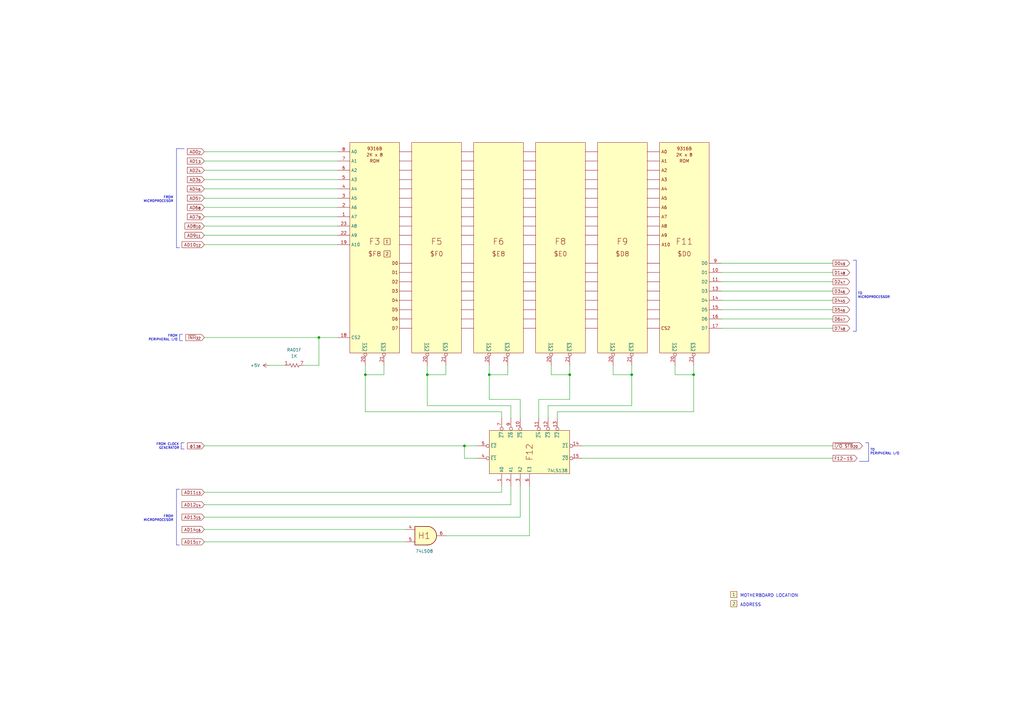
<source format=kicad_sch>
(kicad_sch (version 20211123) (generator eeschema)
  (paper "A3")
  (title_block (title "Apple II - ROM") (date "2022-07-11") (rev "ALL") (company "Apple Computers, Inc.") (comment 1 "Original schematic by Apple Computers") (comment 2 "https://github.com/omega9380/Retro-Schematics") (comment 3 "Replication by Omega9380 - July 2022") (comment 4 "Source: The Apple II Circuit Description by W. Gayler"))
  (lib_symbols
    (symbol "Apple II:9316B_ROM_ARRAY"
      (symbol "9316B_ROM_ARRAY_0_0"
        (polyline (pts (xy 20.32 -76.2) (xy 25.4 -76.2)))
        (polyline (pts (xy 20.32 -72.39) (xy 25.4 -72.39)))
        (polyline (pts (xy 20.32 -68.58) (xy 25.4 -68.58)))
        (polyline (pts (xy 20.32 -64.77) (xy 25.4 -64.77)))
        (polyline (pts (xy 20.32 -60.96) (xy 25.4 -60.96)))
        (polyline (pts (xy 20.32 -57.15) (xy 25.4 -57.15)))
        (polyline (pts (xy 20.32 -53.34) (xy 25.4 -53.34)))
        (polyline (pts (xy 20.32 -49.53) (xy 25.4 -49.53)))
        (polyline (pts (xy 20.32 -41.91) (xy 25.4 -41.91)))
        (polyline (pts (xy 20.32 -38.1) (xy 25.4 -38.1)))
        (polyline (pts (xy 20.32 -34.29) (xy 25.4 -34.29)))
        (polyline (pts (xy 20.32 -30.48) (xy 25.4 -30.48)))
        (polyline (pts (xy 20.32 -26.67) (xy 25.4 -26.67)))
        (polyline (pts (xy 20.32 -22.86) (xy 25.4 -22.86)))
        (polyline (pts (xy 20.32 -19.05) (xy 25.4 -19.05)))
        (polyline (pts (xy 20.32 -15.24) (xy 25.4 -15.24)))
        (polyline (pts (xy 20.32 -11.43) (xy 25.4 -11.43)))
        (polyline (pts (xy 20.32 -7.62) (xy 25.4 -7.62)))
        (polyline (pts (xy 20.32 -3.81) (xy 25.4 -3.81)))
        (polyline (pts (xy 45.72 -76.2) (xy 50.8 -76.2)))
        (polyline (pts (xy 45.72 -72.39) (xy 50.8 -72.39)))
        (polyline (pts (xy 45.72 -68.58) (xy 50.8 -68.58)))
        (polyline (pts (xy 45.72 -64.77) (xy 50.8 -64.77)))
        (polyline (pts (xy 45.72 -60.96) (xy 50.8 -60.96)))
        (polyline (pts (xy 45.72 -57.15) (xy 50.8 -57.15)))
        (polyline (pts (xy 45.72 -53.34) (xy 50.8 -53.34)))
        (polyline (pts (xy 45.72 -49.53) (xy 50.8 -49.53)))
        (polyline (pts (xy 45.72 -41.91) (xy 50.8 -41.91)))
        (polyline (pts (xy 45.72 -38.1) (xy 50.8 -38.1)))
        (polyline (pts (xy 45.72 -34.29) (xy 50.8 -34.29)))
        (polyline (pts (xy 45.72 -30.48) (xy 50.8 -30.48)))
        (polyline (pts (xy 45.72 -26.67) (xy 50.8 -26.67)))
        (polyline (pts (xy 45.72 -22.86) (xy 50.8 -22.86)))
        (polyline (pts (xy 45.72 -19.05) (xy 50.8 -19.05)))
        (polyline (pts (xy 45.72 -15.24) (xy 50.8 -15.24)))
        (polyline (pts (xy 45.72 -11.43) (xy 50.8 -11.43)))
        (polyline (pts (xy 45.72 -7.62) (xy 50.8 -7.62)))
        (polyline (pts (xy 45.72 -3.81) (xy 50.8 -3.81)))
        (polyline (pts (xy 71.12 -76.2) (xy 76.2 -76.2)))
        (polyline (pts (xy 71.12 -72.39) (xy 76.2 -72.39)))
        (polyline (pts (xy 71.12 -68.58) (xy 76.2 -68.58)))
        (polyline (pts (xy 71.12 -64.77) (xy 76.2 -64.77)))
        (polyline (pts (xy 71.12 -60.96) (xy 76.2 -60.96)))
        (polyline (pts (xy 71.12 -57.15) (xy 76.2 -57.15)))
        (polyline (pts (xy 71.12 -53.34) (xy 76.2 -53.34)))
        (polyline (pts (xy 71.12 -49.53) (xy 76.2 -49.53)))
        (polyline (pts (xy 71.12 -41.91) (xy 76.2 -41.91)))
        (polyline (pts (xy 71.12 -38.1) (xy 76.2 -38.1)))
        (polyline (pts (xy 71.12 -34.29) (xy 76.2 -34.29)))
        (polyline (pts (xy 71.12 -30.48) (xy 76.2 -30.48)))
        (polyline (pts (xy 71.12 -26.67) (xy 76.2 -26.67)))
        (polyline (pts (xy 71.12 -22.86) (xy 76.2 -22.86)))
        (polyline (pts (xy 71.12 -19.05) (xy 76.2 -19.05)))
        (polyline (pts (xy 71.12 -15.24) (xy 76.2 -15.24)))
        (polyline (pts (xy 71.12 -11.43) (xy 76.2 -11.43)))
        (polyline (pts (xy 71.12 -7.62) (xy 76.2 -7.62)))
        (polyline (pts (xy 71.12 -3.81) (xy 76.2 -3.81)))
        (polyline (pts (xy 96.52 -76.2) (xy 101.6 -76.2)))
        (polyline (pts (xy 96.52 -72.39) (xy 101.6 -72.39)))
        (polyline (pts (xy 96.52 -68.58) (xy 101.6 -68.58)))
        (polyline (pts (xy 96.52 -64.77) (xy 101.6 -64.77)))
        (polyline (pts (xy 96.52 -60.96) (xy 101.6 -60.96)))
        (polyline (pts (xy 96.52 -57.15) (xy 101.6 -57.15)))
        (polyline (pts (xy 96.52 -53.34) (xy 101.6 -53.34)))
        (polyline (pts (xy 96.52 -49.53) (xy 101.6 -49.53)))
        (polyline (pts (xy 96.52 -41.91) (xy 101.6 -41.91)))
        (polyline (pts (xy 96.52 -38.1) (xy 101.6 -38.1)))
        (polyline (pts (xy 96.52 -34.29) (xy 101.6 -34.29)))
        (polyline (pts (xy 96.52 -30.48) (xy 101.6 -30.48)))
        (polyline (pts (xy 96.52 -26.67) (xy 101.6 -26.67)))
        (polyline (pts (xy 96.52 -22.86) (xy 101.6 -22.86)))
        (polyline (pts (xy 96.52 -19.05) (xy 101.6 -19.05)))
        (polyline (pts (xy 96.52 -15.24) (xy 101.6 -15.24)))
        (polyline (pts (xy 96.52 -11.43) (xy 101.6 -11.43)))
        (polyline (pts (xy 96.52 -7.62) (xy 101.6 -7.62)))
        (polyline (pts (xy 96.52 -3.81) (xy 101.6 -3.81)))
        (polyline (pts (xy 121.92 -76.2) (xy 127 -76.2)))
        (polyline (pts (xy 121.92 -72.39) (xy 127 -72.39)))
        (polyline (pts (xy 121.92 -68.58) (xy 127 -68.58)))
        (polyline (pts (xy 121.92 -64.77) (xy 127 -64.77)))
        (polyline (pts (xy 121.92 -60.96) (xy 127 -60.96)))
        (polyline (pts (xy 121.92 -57.15) (xy 127 -57.15)))
        (polyline (pts (xy 121.92 -53.34) (xy 127 -53.34)))
        (polyline (pts (xy 121.92 -49.53) (xy 127 -49.53)))
        (polyline (pts (xy 121.92 -41.91) (xy 127 -41.91)))
        (polyline (pts (xy 121.92 -38.1) (xy 127 -38.1)))
        (polyline (pts (xy 121.92 -34.29) (xy 127 -34.29)))
        (polyline (pts (xy 121.92 -30.48) (xy 127 -30.48)))
        (polyline (pts (xy 121.92 -26.67) (xy 127 -26.67)))
        (polyline (pts (xy 121.92 -22.86) (xy 127 -22.86)))
        (polyline (pts (xy 121.92 -19.05) (xy 127 -19.05)))
        (polyline (pts (xy 121.92 -15.24) (xy 127 -15.24)))
        (polyline (pts (xy 121.92 -11.43) (xy 127 -11.43)))
        (polyline (pts (xy 121.92 -7.62) (xy 127 -7.62)))
        (polyline (pts (xy 121.92 -3.81) (xy 127 -3.81)))
        (rectangle (start 0 0) (end 20.32 -86.36) (fill (type background)))
        (rectangle (start 13.97 -44.45) (end 16.51 -46.99))
        (rectangle (start 13.97 -39.37) (end 16.51 -41.91))
        (rectangle (start 25.4 0) (end 45.72 -86.36) (fill (type background)))
        (rectangle (start 50.8 0) (end 71.12 -86.36) (fill (type background)))
        (rectangle (start 76.2 0) (end 96.52 -86.36) (fill (type background)))
        (rectangle (start 101.6 0) (end 121.92 -86.36) (fill (type background)))
        (rectangle (start 127 0) (end 147.32 -86.36) (fill (type background)))
        (text "$D0" (at 137.16 -45.72 0) (effects (font (size 1.905 1.905))))
        (text "$D8" (at 111.76 -45.72 0) (effects (font (size 1.905 1.905))))
        (text "$E0" (at 86.36 -45.72 0) (effects (font (size 1.905 1.905))))
        (text "$E8" (at 60.96 -45.72 0) (effects (font (size 1.905 1.905))))
        (text "$F0" (at 35.56 -45.72 0) (effects (font (size 1.905 1.905))))
        (text "$F8" (at 10.16 -45.72 0) (effects (font (size 1.905 1.905))))
        (text "1" (at 15.24 -40.64 0) (effects (font (size 1.27 1.27))))
        (text "2" (at 15.24 -45.72 0) (effects (font (size 1.27 1.27))))
        (text "2K x 8" (at 10.16 -5.08 0) (effects (font (size 1.27 1.27))))
        (text "2K x 8" (at 137.16 -5.08 0) (effects (font (size 1.27 1.27))))
        (text "9316B" (at 10.16 -2.54 0) (effects (font (size 1.27 1.27))))
        (text "9316B" (at 137.16 -2.54 0) (effects (font (size 1.27 1.27))))
        (text "A0" (at 130.175 -3.81 0) (effects (font (size 1.27 1.27)) (justify right)))
        (text "A1" (at 130.175 -7.62 0) (effects (font (size 1.27 1.27)) (justify right)))
        (text "A10" (at 131.445 -41.91 0) (effects (font (size 1.27 1.27)) (justify right)))
        (text "A2" (at 130.175 -11.43 0) (effects (font (size 1.27 1.27)) (justify right)))
        (text "A3" (at 130.175 -15.24 0) (effects (font (size 1.27 1.27)) (justify right)))
        (text "A4" (at 130.175 -19.05 0) (effects (font (size 1.27 1.27)) (justify right)))
        (text "A5" (at 130.175 -22.86 0) (effects (font (size 1.27 1.27)) (justify right)))
        (text "A6" (at 130.175 -26.67 0) (effects (font (size 1.27 1.27)) (justify right)))
        (text "A7" (at 130.175 -30.48 0) (effects (font (size 1.27 1.27)) (justify right)))
        (text "A8" (at 130.175 -34.29 0) (effects (font (size 1.27 1.27)) (justify right)))
        (text "A9" (at 130.175 -38.1 0) (effects (font (size 1.27 1.27)) (justify right)))
        (text "CS2" (at 131.445 -76.2 0) (effects (font (size 1.27 1.27)) (justify right)))
        (text "D0" (at 17.145 -49.53 0) (effects (font (size 1.27 1.27)) (justify left)))
        (text "D1" (at 17.145 -53.34 0) (effects (font (size 1.27 1.27)) (justify left)))
        (text "D2" (at 17.145 -57.15 0) (effects (font (size 1.27 1.27)) (justify left)))
        (text "D3" (at 17.145 -60.96 0) (effects (font (size 1.27 1.27)) (justify left)))
        (text "D4" (at 17.145 -64.77 0) (effects (font (size 1.27 1.27)) (justify left)))
        (text "D5" (at 17.145 -68.58 0) (effects (font (size 1.27 1.27)) (justify left)))
        (text "D6" (at 17.145 -72.39 0) (effects (font (size 1.27 1.27)) (justify left)))
        (text "D7" (at 17.145 -76.2 0) (effects (font (size 1.27 1.27)) (justify left)))
        (text "F11" (at 137.16 -40.64 0) (effects (font (size 2.54 2.54))))
        (text "F3" (at 10.16 -40.64 0) (effects (font (size 2.54 2.54))))
        (text "F5" (at 35.56 -40.64 0) (effects (font (size 2.54 2.54))))
        (text "F6" (at 60.96 -40.64 0) (effects (font (size 2.54 2.54))))
        (text "F8" (at 86.36 -40.64 0) (effects (font (size 2.54 2.54))))
        (text "F9" (at 111.76 -40.64 0) (effects (font (size 2.54 2.54))))
        (text "ROM" (at 10.16 -7.62 0) (effects (font (size 1.27 1.27))))
        (text "ROM" (at 137.16 -7.62 0) (effects (font (size 1.27 1.27))))
      )
      (symbol "9316B_ROM_ARRAY_1_0"
        (pin passive line (at -5.08 -30.48 0) (length 5.08) (name "A7") (number "1"))
        (pin passive line (at 152.4 -53.34 180) (length 5.08) (name "D1") (number "10"))
        (pin passive line (at 152.4 -57.15 180) (length 5.08) (name "D2") (number "11"))
        (pin passive line (at 152.4 -60.96 180) (length 5.08) (name "D3") (number "13"))
        (pin passive line (at 152.4 -64.77 180) (length 5.08) (name "D4") (number "14"))
        (pin passive line (at 152.4 -68.58 180) (length 5.08) (name "D5") (number "15"))
        (pin passive line (at 152.4 -72.39 180) (length 5.08) (name "D6") (number "16"))
        (pin passive line (at 152.4 -76.2 180) (length 5.08) (name "D7") (number "17"))
        (pin passive line (at -5.08 -80.01 0) (length 5.08) (name "CS2") (number "18"))
        (pin passive line (at -5.08 -41.91 0) (length 5.08) (name "A10") (number "19"))
        (pin passive line (at -5.08 -26.67 0) (length 5.08) (name "A6") (number "2"))
        (pin passive inverted (at 6.35 -91.44 90) (length 5.08) (name "~{CS1}") (number "20"))
        (pin passive inverted (at 31.75 -91.44 90) (length 5.08) (name "~{CS1}") (number "20"))
        (pin passive inverted (at 57.15 -91.44 90) (length 5.08) (name "~{CS1}") (number "20"))
        (pin passive inverted (at 82.55 -91.44 90) (length 5.08) (name "~{CS1}") (number "20"))
        (pin passive inverted (at 107.95 -91.44 90) (length 5.08) (name "~{CS1}") (number "20"))
        (pin passive inverted (at 133.35 -91.44 90) (length 5.08) (name "~{CS1}") (number "20"))
        (pin passive inverted (at 13.97 -91.44 90) (length 5.08) (name "~{CS3}") (number "21"))
        (pin passive inverted (at 39.37 -91.44 90) (length 5.08) (name "~{CS3}") (number "21"))
        (pin passive inverted (at 64.77 -91.44 90) (length 5.08) (name "~{CS3}") (number "21"))
        (pin passive inverted (at 90.17 -91.44 90) (length 5.08) (name "~{CS3}") (number "21"))
        (pin passive inverted (at 115.57 -91.44 90) (length 5.08) (name "~{CS3}") (number "21"))
        (pin passive inverted (at 140.97 -91.44 90) (length 5.08) (name "~{CS3}") (number "21"))
        (pin passive line (at -5.08 -38.1 0) (length 5.08) (name "A9") (number "22"))
        (pin passive line (at -5.08 -34.29 0) (length 5.08) (name "A8") (number "23"))
        (pin passive line (at -5.08 -22.86 0) (length 5.08) (name "A5") (number "3"))
        (pin passive line (at -5.08 -19.05 0) (length 5.08) (name "A4") (number "4"))
        (pin passive line (at -5.08 -15.24 0) (length 5.08) (name "A3") (number "5"))
        (pin passive line (at -5.08 -11.43 0) (length 5.08) (name "A2") (number "6"))
        (pin passive line (at -5.08 -7.62 0) (length 5.08) (name "A1") (number "7"))
        (pin passive line (at -5.08 -3.81 0) (length 5.08) (name "A0") (number "8"))
        (pin passive line (at 152.4 -49.53 180) (length 5.08) (name "D0") (number "9"))
      )
    )
    (symbol "Apple II:F12_74LS138"
      (property "Value" "F12_74LS138" (at -7.62 1.27 0))
      (symbol "F12_74LS138_0_0"
        (rectangle (start 0 0) (end 17.78 -33.02) (fill (type background)))
        (text "F12" (at 8.89 -16.51 0) (effects (font (size 2.54 2.54))))
      )
      (symbol "F12_74LS138_1_0"
        (pin passive line (at -5.08 -5.08 0) (length 5.08) (name "A0") (number "1"))
        (pin passive inverted (at 22.86 -12.7 180) (length 5.08) (name "~{Z5}") (number "10"))
        (pin passive inverted (at 22.86 -20.32 180) (length 5.08) (name "~{Z4}") (number "11"))
        (pin passive inverted (at 22.86 -24.13 180) (length 5.08) (name "~{Z3}") (number "12"))
        (pin passive inverted (at 22.86 -27.94 180) (length 5.08) (name "~{Z2}") (number "13"))
        (pin passive inverted (at 11.43 -38.1 90) (length 5.08) (name "~{Z1}") (number "14"))
        (pin passive inverted (at 6.35 -38.1 90) (length 5.08) (name "~{Z0}") (number "15"))
        (pin passive line (at -5.08 -8.89 0) (length 5.08) (name "A1") (number "2"))
        (pin passive line (at -5.08 -12.7 0) (length 5.08) (name "A2") (number "3"))
        (pin passive inverted (at 6.35 5.08 270) (length 5.08) (name "~{E1}") (number "4"))
        (pin passive inverted (at 11.43 5.08 270) (length 5.08) (name "~{E2}") (number "5"))
        (pin passive line (at -5.08 -16.51 0) (length 5.08) (name "E3") (number "6"))
        (pin passive inverted (at 22.86 -5.08 180) (length 5.08) (name "~{Z7}") (number "7"))
        (pin passive inverted (at 22.86 -8.89 180) (length 5.08) (name "~{Z6}") (number "9"))
      )
    )
    (symbol "Apple II:H1_74LS08" (pin_names (offset 1.016))
      (property "Value" "H1_74LS08" (at 0 -6.35 0))
      (symbol "H1_74LS08_0_0"
        (text "H1" (at 0 0 0) (effects (font (size 2.54 2.54))))
      )
      (symbol "H1_74LS08_0_1"
        (polyline (pts (xy 1.27 3.81) (xy -3.81 3.81) (xy -3.81 -3.81) (xy 1.27 -3.81)) (stroke (width 0.254)) (fill (type background)))
        (arc (start 1.27 -3.81) (mid 5.08 0) (end 1.27 3.81) (stroke (width 0.254)) (fill (type background)))
      )
      (symbol "H1_74LS08_1_1"
        (pin input line (at -7.62 2.54 0) (length 3.81) (name "~") (number "1"))
        (pin input line (at -7.62 -2.54 0) (length 3.81) (name "~") (number "2"))
        (pin output line (at 8.89 0 180) (length 3.81) (name "~") (number "3"))
      )
      (symbol "H1_74LS08_1_2"
        (arc (start -3.81 -3.81) (mid -2.589 0) (end -3.81 3.81) (stroke (width 0.254)))
        (arc (start -0.6096 -3.81) (mid 2.1842 -2.5851) (end 3.81 0) (stroke (width 0.254)) (fill (type background)))
        (polyline (pts (xy -3.81 -3.81) (xy -0.635 -3.81)) (stroke (width 0.254)) (fill (type background)))
        (polyline (pts (xy -3.81 3.81) (xy -0.635 3.81)) (stroke (width 0.254)) (fill (type background)))
        (polyline (pts (xy -0.635 3.81) (xy -3.81 3.81) (xy -3.81 3.81) (xy -3.556 3.4036) (xy -3.0226 2.2606) (xy -2.6924 1.0414) (xy -2.6162 -0.254) (xy -2.7686 -1.4986) (xy -3.175 -2.7178) (xy -3.81 -3.81) (xy -3.81 -3.81) (xy -0.635 -3.81)) (stroke (width -25.4)) (fill (type background)))
        (arc (start 3.81 0) (mid 2.1915 2.5936) (end -0.6096 3.81) (stroke (width 0.254)) (fill (type background)))
        (pin input inverted (at -7.62 2.54 0) (length 4.318) (name "~") (number "1"))
        (pin input inverted (at -7.62 -2.54 0) (length 4.318) (name "~") (number "2"))
        (pin output inverted (at 7.62 0 180) (length 3.81) (name "~") (number "3"))
      )
      (symbol "H1_74LS08_2_1"
        (pin input line (at -7.62 2.54 0) (length 3.81) (name "~") (number "4"))
        (pin input line (at -7.62 -2.54 0) (length 3.81) (name "~") (number "5"))
        (pin output line (at 8.89 0 180) (length 3.81) (name "~") (number "6"))
      )
      (symbol "H1_74LS08_2_2"
        (arc (start -3.81 -3.81) (mid -2.589 0) (end -3.81 3.81) (stroke (width 0.254)))
        (arc (start -0.6096 -3.81) (mid 2.1842 -2.5851) (end 3.81 0) (stroke (width 0.254)) (fill (type background)))
        (polyline (pts (xy -3.81 -3.81) (xy -0.635 -3.81)) (stroke (width 0.254)) (fill (type background)))
        (polyline (pts (xy -3.81 3.81) (xy -0.635 3.81)) (stroke (width 0.254)) (fill (type background)))
        (polyline (pts (xy -0.635 3.81) (xy -3.81 3.81) (xy -3.81 3.81) (xy -3.556 3.4036) (xy -3.0226 2.2606) (xy -2.6924 1.0414) (xy -2.6162 -0.254) (xy -2.7686 -1.4986) (xy -3.175 -2.7178) (xy -3.81 -3.81) (xy -3.81 -3.81) (xy -0.635 -3.81)) (stroke (width -25.4)) (fill (type background)))
        (arc (start 3.81 0) (mid 2.1915 2.5936) (end -0.6096 3.81) (stroke (width 0.254)) (fill (type background)))
        (pin input inverted (at -7.62 2.54 0) (length 4.318) (name "~") (number "4"))
        (pin input inverted (at -7.62 -2.54 0) (length 4.318) (name "~") (number "5"))
        (pin output inverted (at 7.62 0 180) (length 3.81) (name "~") (number "6"))
      )
      (symbol "H1_74LS08_3_1"
        (pin input line (at -7.62 -2.54 0) (length 3.81) (name "~") (number "10"))
        (pin output line (at 8.89 0 180) (length 3.81) (name "~") (number "8"))
        (pin input line (at -7.62 2.54 0) (length 3.81) (name "~") (number "9"))
      )
      (symbol "H1_74LS08_3_2"
        (arc (start -3.81 -3.81) (mid -2.589 0) (end -3.81 3.81) (stroke (width 0.254)))
        (arc (start -0.6096 -3.81) (mid 2.1842 -2.5851) (end 3.81 0) (stroke (width 0.254)) (fill (type background)))
        (polyline (pts (xy -3.81 -3.81) (xy -0.635 -3.81)) (stroke (width 0.254)) (fill (type background)))
        (polyline (pts (xy -3.81 3.81) (xy -0.635 3.81)) (stroke (width 0.254)) (fill (type background)))
        (polyline (pts (xy -0.635 3.81) (xy -3.81 3.81) (xy -3.81 3.81) (xy -3.556 3.4036) (xy -3.0226 2.2606) (xy -2.6924 1.0414) (xy -2.6162 -0.254) (xy -2.7686 -1.4986) (xy -3.175 -2.7178) (xy -3.81 -3.81) (xy -3.81 -3.81) (xy -0.635 -3.81)) (stroke (width -25.4)) (fill (type background)))
        (arc (start 3.81 0) (mid 2.1915 2.5936) (end -0.6096 3.81) (stroke (width 0.254)) (fill (type background)))
        (pin input inverted (at -7.62 -2.54 0) (length 4.318) (name "~") (number "10"))
        (pin output inverted (at 7.62 0 180) (length 3.81) (name "~") (number "8"))
        (pin input inverted (at -7.62 2.54 0) (length 4.318) (name "~") (number "9"))
      )
      (symbol "H1_74LS08_4_1"
        (pin output line (at 8.89 0 180) (length 3.81) (name "~") (number "11"))
        (pin input line (at -7.62 2.54 0) (length 3.81) (name "~") (number "12"))
        (pin input line (at -7.62 -2.54 0) (length 3.81) (name "~") (number "13"))
      )
      (symbol "H1_74LS08_4_2"
        (arc (start -3.81 -3.81) (mid -2.589 0) (end -3.81 3.81) (stroke (width 0.254)))
        (arc (start -0.6096 -3.81) (mid 2.1842 -2.5851) (end 3.81 0) (stroke (width 0.254)) (fill (type background)))
        (polyline (pts (xy -3.81 -3.81) (xy -0.635 -3.81)) (stroke (width 0.254)) (fill (type background)))
        (polyline (pts (xy -3.81 3.81) (xy -0.635 3.81)) (stroke (width 0.254)) (fill (type background)))
        (polyline (pts (xy -0.635 3.81) (xy -3.81 3.81) (xy -3.81 3.81) (xy -3.556 3.4036) (xy -3.0226 2.2606) (xy -2.6924 1.0414) (xy -2.6162 -0.254) (xy -2.7686 -1.4986) (xy -3.175 -2.7178) (xy -3.81 -3.81) (xy -3.81 -3.81) (xy -0.635 -3.81)) (stroke (width -25.4)) (fill (type background)))
        (arc (start 3.81 0) (mid 2.1915 2.5936) (end -0.6096 3.81) (stroke (width 0.254)) (fill (type background)))
        (pin output inverted (at 7.62 0 180) (length 3.81) (name "~") (number "11"))
        (pin input inverted (at -7.62 2.54 0) (length 4.318) (name "~") (number "12"))
        (pin input inverted (at -7.62 -2.54 0) (length 4.318) (name "~") (number "13"))
      )
    )
    (symbol "Apple II:NOTE_NUMBER"
      (property "Value" "NOTE_NUMBER" (at 0 0 0))
      (symbol "NOTE_NUMBER_0_0"
        (rectangle (start -1.27 1.27) (end 1.27 -1.27) (fill (type background)))
      )
    )
    (symbol "Apple II:R_Network08_US_Split" (pin_names (offset 0) hide)
      (property "Reference" "RN" (at 2.032 0 90))
      (property "Value" "R_Network08_US_Split" (at 5.08 0 90))
      (symbol "R_Network08_US_Split_0_1"
        (polyline (pts (xy 0 2.54) (xy 0 2.032) (xy 0.762 1.6764) (xy -0.762 1.016) (xy 0.762 0.3556) (xy -0.762 -0.3302) (xy 0.762 -1.016) (xy -0.762 -1.6764) (xy 0 -2.032) (xy 0 -2.54)))
        (pin passive line (at 0 3.81 270) (length 1.27) (name "R1.1") (number "1"))
      )
      (symbol "R_Network08_US_Split_1_1"
        (pin passive line (at 0 -3.81 90) (length 1.27) (name "R1.2") (number "2"))
      )
      (symbol "R_Network08_US_Split_2_1"
        (pin passive line (at 0 -3.81 90) (length 1.27) (name "R2.2") (number "3"))
      )
      (symbol "R_Network08_US_Split_3_1"
        (pin passive line (at 0 -3.81 90) (length 1.27) (name "R3.2") (number "4"))
      )
      (symbol "R_Network08_US_Split_4_1"
        (pin passive line (at 0 -3.81 90) (length 1.27) (name "R4.2") (number "5"))
      )
      (symbol "R_Network08_US_Split_5_1"
        (pin passive line (at 0 -3.81 90) (length 1.27) (name "R5.2") (number "6"))
      )
      (symbol "R_Network08_US_Split_6_1"
        (pin passive line (at 0 -3.81 90) (length 1.27) (name "R6.2") (number "7"))
      )
      (symbol "R_Network08_US_Split_7_1"
        (pin passive line (at 0 -3.81 90) (length 1.27) (name "R7.2") (number "8"))
      )
      (symbol "R_Network08_US_Split_8_1"
        (pin passive line (at 0 -3.81 90) (length 1.27) (name "R8.2") (number "9"))
      )
    )
    (symbol "power:+5V" (power) (pin_names (offset 0))
      (property "Value" "+5V" (at 0 3.556 0))
      (symbol "+5V_0_1"
        (polyline (pts (xy -0.762 1.27) (xy 0 2.54)))
        (polyline (pts (xy 0 0) (xy 0 2.54)))
        (polyline (pts (xy 0 2.54) (xy 0.762 1.27)))
      )
      (symbol "+5V_1_1"
        (pin power_in line (at 0 0 90) (length 0) hide (name "+5V") (number "1"))
      )
    )
  )
  (junction (at 149.86 153.67))
  (junction (at 233.68 153.67))
  (junction (at 259.08 153.67))
  (junction (at 200.66 153.67))
  (junction (at 190.5 182.88))
  (junction (at 284.48 153.67))
  (junction (at 175.26 153.67))
  (junction (at 130.81 138.43))
  (wire (pts (xy 83.82 77.47) (xy 138.43 77.47)))
  (polyline (pts (xy 74.295 181.61) (xy 74.295 184.15)) (stroke (width 0) (type solid)))
  (wire (pts (xy 83.82 201.93) (xy 205.74 201.93)))
  (wire (pts (xy 213.36 171.45) (xy 213.36 163.83)))
  (wire (pts (xy 200.66 163.83) (xy 200.66 153.67)))
  (wire (pts (xy 190.5 187.96) (xy 190.5 182.88)))
  (wire (pts (xy 83.82 92.71) (xy 138.43 92.71)))
  (wire (pts (xy 175.26 153.67) (xy 175.26 149.86)))
  (wire (pts (xy 251.46 153.67) (xy 259.08 153.67)))
  (wire (pts (xy 341.63 187.96) (xy 238.76 187.96)))
  (wire (pts (xy 83.82 73.66) (xy 138.43 73.66)))
  (wire (pts (xy 83.82 207.01) (xy 209.55 207.01)))
  (wire (pts (xy 213.36 163.83) (xy 200.66 163.83)))
  (wire (pts (xy 341.63 115.57) (xy 295.91 115.57)))
  (polyline (pts (xy 73.66 101.6) (xy 72.39 101.6)) (stroke (width 0) (type solid)))
  (polyline (pts (xy 74.93 137.16) (xy 73.66 137.16)) (stroke (width 0) (type solid)))
  (wire (pts (xy 341.63 127) (xy 295.91 127)))
  (wire (pts (xy 83.82 85.09) (xy 138.43 85.09)))
  (wire (pts (xy 341.63 123.19) (xy 295.91 123.19)))
  (wire (pts (xy 182.88 219.71) (xy 217.17 219.71)))
  (polyline (pts (xy 72.39 60.96) (xy 72.39 101.6)) (stroke (width 0) (type solid)))
  (wire (pts (xy 83.82 62.23) (xy 138.43 62.23)))
  (wire (pts (xy 224.79 166.37) (xy 259.08 166.37)))
  (wire (pts (xy 276.86 153.67) (xy 284.48 153.67)))
  (wire (pts (xy 83.82 88.9) (xy 138.43 88.9)))
  (wire (pts (xy 130.81 138.43) (xy 130.81 149.86)))
  (polyline (pts (xy 74.93 139.7) (xy 73.66 139.7)) (stroke (width 0) (type solid)))
  (wire (pts (xy 205.74 168.91) (xy 205.74 171.45)))
  (wire (pts (xy 182.88 149.86) (xy 182.88 153.67)))
  (wire (pts (xy 217.17 219.71) (xy 217.17 199.39)))
  (wire (pts (xy 195.58 187.96) (xy 190.5 187.96)))
  (wire (pts (xy 220.98 171.45) (xy 220.98 163.83)))
  (wire (pts (xy 130.81 149.86) (xy 124.46 149.86)))
  (polyline (pts (xy 354.965 181.61) (xy 356.235 181.61)) (stroke (width 0) (type solid)))
  (wire (pts (xy 251.46 149.86) (xy 251.46 153.67)))
  (polyline (pts (xy 75.565 184.15) (xy 74.295 184.15)) (stroke (width 0) (type solid)))
  (wire (pts (xy 157.48 149.86) (xy 157.48 153.67)))
  (wire (pts (xy 149.86 168.91) (xy 205.74 168.91)))
  (wire (pts (xy 341.63 111.76) (xy 295.91 111.76)))
  (polyline (pts (xy 349.885 106.68) (xy 351.155 106.68)) (stroke (width 0) (type solid)))
  (polyline (pts (xy 73.66 223.52) (xy 72.39 223.52)) (stroke (width 0) (type solid)))
  (wire (pts (xy 233.68 153.67) (xy 233.68 163.83)))
  (wire (pts (xy 83.82 96.52) (xy 138.43 96.52)))
  (wire (pts (xy 175.26 166.37) (xy 175.26 153.67)))
  (wire (pts (xy 213.36 199.39) (xy 213.36 212.09)))
  (wire (pts (xy 226.06 149.86) (xy 226.06 153.67)))
  (wire (pts (xy 233.68 149.86) (xy 233.68 153.67)))
  (wire (pts (xy 209.55 199.39) (xy 209.55 207.01)))
  (wire (pts (xy 284.48 149.86) (xy 284.48 153.67)))
  (polyline (pts (xy 75.565 60.96) (xy 72.39 60.96)) (stroke (width 0) (type solid)))
  (wire (pts (xy 224.79 171.45) (xy 224.79 166.37)))
  (wire (pts (xy 205.74 199.39) (xy 205.74 201.93)))
  (wire (pts (xy 83.82 222.25) (xy 166.37 222.25)))
  (wire (pts (xy 83.82 81.28) (xy 138.43 81.28)))
  (wire (pts (xy 138.43 138.43) (xy 130.81 138.43)))
  (wire (pts (xy 83.82 138.43) (xy 130.81 138.43)))
  (wire (pts (xy 157.48 153.67) (xy 149.86 153.67)))
  (wire (pts (xy 83.82 217.17) (xy 166.37 217.17)))
  (wire (pts (xy 208.28 153.67) (xy 200.66 153.67)))
  (wire (pts (xy 284.48 153.67) (xy 284.48 168.91)))
  (wire (pts (xy 228.6 171.45) (xy 228.6 168.91)))
  (wire (pts (xy 200.66 153.67) (xy 200.66 149.86)))
  (wire (pts (xy 149.86 149.86) (xy 149.86 153.67)))
  (wire (pts (xy 259.08 149.86) (xy 259.08 153.67)))
  (wire (pts (xy 83.82 212.09) (xy 213.36 212.09)))
  (wire (pts (xy 276.86 149.86) (xy 276.86 153.67)))
  (wire (pts (xy 220.98 163.83) (xy 233.68 163.83)))
  (wire (pts (xy 209.55 166.37) (xy 175.26 166.37)))
  (wire (pts (xy 341.63 134.62) (xy 295.91 134.62)))
  (wire (pts (xy 228.6 168.91) (xy 284.48 168.91)))
  (polyline (pts (xy 352.425 189.23) (xy 356.235 189.23)) (stroke (width 0) (type solid)))
  (wire (pts (xy 341.63 130.81) (xy 295.91 130.81)))
  (polyline (pts (xy 73.66 137.16) (xy 73.66 139.7)) (stroke (width 0) (type solid)))
  (wire (pts (xy 110.49 149.86) (xy 116.84 149.86)))
  (polyline (pts (xy 351.155 106.68) (xy 351.155 135.89)) (stroke (width 0) (type solid)))
  (wire (pts (xy 182.88 153.67) (xy 175.26 153.67)))
  (wire (pts (xy 209.55 171.45) (xy 209.55 166.37)))
  (wire (pts (xy 83.82 69.85) (xy 138.43 69.85)))
  (wire (pts (xy 226.06 153.67) (xy 233.68 153.67)))
  (wire (pts (xy 190.5 182.88) (xy 195.58 182.88)))
  (wire (pts (xy 341.63 182.88) (xy 238.76 182.88)))
  (polyline (pts (xy 75.565 181.61) (xy 74.295 181.61)) (stroke (width 0) (type solid)))
  (wire (pts (xy 83.82 182.88) (xy 190.5 182.88)))
  (polyline (pts (xy 349.885 135.89) (xy 351.155 135.89)) (stroke (width 0) (type solid)))
  (wire (pts (xy 83.82 66.04) (xy 138.43 66.04)))
  (wire (pts (xy 259.08 153.67) (xy 259.08 166.37)))
  (wire (pts (xy 149.86 153.67) (xy 149.86 168.91)))
  (wire (pts (xy 83.82 100.33) (xy 138.43 100.33)))
  (wire (pts (xy 208.28 149.86) (xy 208.28 153.67)))
  (polyline (pts (xy 356.235 181.61) (xy 356.235 189.23)) (stroke (width 0) (type solid)))
  (wire (pts (xy 341.63 107.95) (xy 295.91 107.95)))
  (wire (pts (xy 341.63 119.38) (xy 295.91 119.38)))
  (polyline (pts (xy 73.66 200.66) (xy 72.39 200.66)) (stroke (width 0) (type solid)))
  (polyline (pts (xy 72.39 200.66) (xy 72.39 223.52)) (stroke (width 0) (type solid)))
  (text "FROM\nPERIPHERAL I/O" (at 72.898 139.954 180) (effects (font (size 0.96 0.96)) (justify right bottom)))
  (text "TO\nPERIPHERAL I/O" (at 356.87 186.69 0) (effects (font (size 0.96 0.96)) (justify left bottom)))
  (text "ADDRESS" (at 303.53 248.92 0) (effects (font (size 1.27 1.27)) (justify left bottom)))
  (text "TO\nMICROPROCESSOR" (at 351.79 122.555 0) (effects (font (size 0.96 0.96)) (justify left bottom)))
  (text "FROM\nMICROPROCESOR" (at 71.12 213.995 180) (effects (font (size 0.96 0.96)) (justify right bottom)))
  (text "MOTHERBOARD LOCATION" (at 303.53 245.11 0) (effects (font (size 1.27 1.27)) (justify left bottom)))
  (text "FROM CLOCK\nGENERATOR" (at 73.533 184.404 180) (effects (font (size 0.96 0.96)) (justify right bottom)))
  (text "FROM\nMICROPROCESOR" (at 71.12 83.185 180) (effects (font (size 0.96 0.96)) (justify right bottom)))
  (global_label "AD10_{12}" (shape input) (at 83.82 100.33 180) (property "Intersheet References" "${INTERSHEET_REFS}" (effects hide)))
  (global_label "AD11_{13}" (shape input) (at 83.82 201.93 180) (property "Intersheet References" "${INTERSHEET_REFS}" (effects hide)))
  (global_label "D6_{47}" (shape output) (at 341.63 130.81 0) (property "Intersheet References" "${INTERSHEET_REFS}" (effects hide)))
  (global_label "AD14_{16}" (shape input) (at 83.82 217.17 180) (property "Intersheet References" "${INTERSHEET_REFS}" (effects hide)))
  (global_label "AD5_{7}" (shape input) (at 83.82 81.28 180) (property "Intersheet References" "${INTERSHEET_REFS}" (effects hide)))
  (global_label "AD8_{10}" (shape input) (at 83.82 92.71 180) (property "Intersheet References" "${INTERSHEET_REFS}" (effects hide)))
  (global_label "D7_{48}" (shape output) (at 341.63 134.62 0) (property "Intersheet References" "${INTERSHEET_REFS}" (effects hide)))
  (global_label "AD13_{15}" (shape input) (at 83.82 212.09 180) (property "Intersheet References" "${INTERSHEET_REFS}" (effects hide)))
  (global_label "ɸ1_{38}" (shape input) (at 83.82 182.88 180) (property "Intersheet References" "${INTERSHEET_REFS}" (effects hide)))
  (global_label "AD2_{4}" (shape input) (at 83.82 69.85 180) (property "Intersheet References" "${INTERSHEET_REFS}" (effects hide)))
  (global_label "D4_{45}" (shape output) (at 341.63 123.19 0) (property "Intersheet References" "${INTERSHEET_REFS}" (effects hide)))
  (global_label "AD4_{6}" (shape input) (at 83.82 77.47 180) (property "Intersheet References" "${INTERSHEET_REFS}" (effects hide)))
  (global_label "AD15_{17}" (shape input) (at 83.82 222.25 180) (property "Intersheet References" "${INTERSHEET_REFS}" (effects hide)))
  (global_label "D2_{47}" (shape output) (at 341.63 115.57 0) (property "Intersheet References" "${INTERSHEET_REFS}" (effects hide)))
  (global_label "~{I{slash}O STB}_{20}" (shape output) (at 341.63 182.88 0) (property "Intersheet References" "${INTERSHEET_REFS}" (effects hide)))
  (global_label "D0_{49}" (shape output) (at 341.63 107.95 0) (property "Intersheet References" "${INTERSHEET_REFS}" (effects hide)))
  (global_label "AD7_{9}" (shape input) (at 83.82 88.9 180) (property "Intersheet References" "${INTERSHEET_REFS}" (effects hide)))
  (global_label "D1_{48}" (shape output) (at 341.63 111.76 0) (property "Intersheet References" "${INTERSHEET_REFS}" (effects hide)))
  (global_label "AD1_{3}" (shape input) (at 83.82 66.04 180) (property "Intersheet References" "${INTERSHEET_REFS}" (effects hide)))
  (global_label "AD0_{2}" (shape input) (at 83.82 62.23 180) (property "Intersheet References" "${INTERSHEET_REFS}" (effects hide)))
  (global_label "AD12_{14}" (shape input) (at 83.82 207.01 180) (property "Intersheet References" "${INTERSHEET_REFS}" (effects hide)))
  (global_label "~{INH}_{32}" (shape input) (at 83.82 138.43 180) (property "Intersheet References" "${INTERSHEET_REFS}" (effects hide)))
  (global_label "D3_{46}" (shape output) (at 341.63 119.38 0) (property "Intersheet References" "${INTERSHEET_REFS}" (effects hide)))
  (global_label "AD9_{11}" (shape input) (at 83.82 96.52 180) (property "Intersheet References" "${INTERSHEET_REFS}" (effects hide)))
  (global_label "AD6_{8}" (shape input) (at 83.82 85.09 180) (property "Intersheet References" "${INTERSHEET_REFS}" (effects hide)))
  (global_label "F12-15" (shape output) (at 341.63 187.96 0) (property "Intersheet References" "${INTERSHEET_REFS}" (effects hide)))
  (global_label "AD3_{5}" (shape input) (at 83.82 73.66 180) (property "Intersheet References" "${INTERSHEET_REFS}" (effects hide)))
  (global_label "D5_{46}" (shape output) (at 341.63 127 0) (property "Intersheet References" "${INTERSHEET_REFS}" (effects hide)))
  (symbol (lib_id "power:+5V") (at 110.49 149.86 90) (unit 1)
    (property "Reference" "#PWR?" (effects hide))
    (property "Value" "+5V" (at 106.68 149.8599 90) (effects (justify left)))
  )
  (symbol (lib_id "Apple II:F12_74LS138") (at 200.66 194.31 90) (unit 1)
    (property "Reference" "F12" (effects hide))
    (property "Value" "74LS138" (at 228.6 193.04 90))
  )
  (symbol (lib_id "Apple II:9316B_ROM_ARRAY") (at 143.51 58.42 0) (unit 1)
    (property "Reference" "U?" (effects hide))
    (property "Value" "9316B_ROM_ARRAY" (effects hide))
  )
  (symbol (lib_id "Apple II:H1_74LS08") (at 173.99 219.71 0) (unit 2)
    (property "Reference" "H1" (effects hide))
    (property "Value" "74LS08" (at 173.99 226.06 0))
    (property "Datasheet" "http://www.ti.com/lit/gpn/sn74LS08" (effects hide))
  )
  (symbol (lib_id "Apple II:R_Network08_US_Split") (at 120.65 149.86 90) (unit 6)
    (property "Reference" "RA01" (at 120.65 143.51 90))
    (property "Value" "1K" (at 120.65 146.05 90))
    (property "Footprint" "Resistor_THT:R_Array_SIP9" (effects hide))
    (property "Datasheet" "http://www.vishay.com/docs/31509/csc.pdf" (effects hide))
  )
  (symbol (lib_id "Apple II:NOTE_NUMBER") (at 300.99 243.84 0) (unit 1)
    (property "Reference" "N1" (effects hide))
    (property "Value" "1" (at 300.99 243.84 0))
  )
  (symbol (lib_id "Apple II:NOTE_NUMBER") (at 300.99 247.65 0) (unit 1)
    (property "Reference" "N2" (effects hide))
    (property "Value" "2" (at 300.99 247.65 0))
  )
)
</source>
